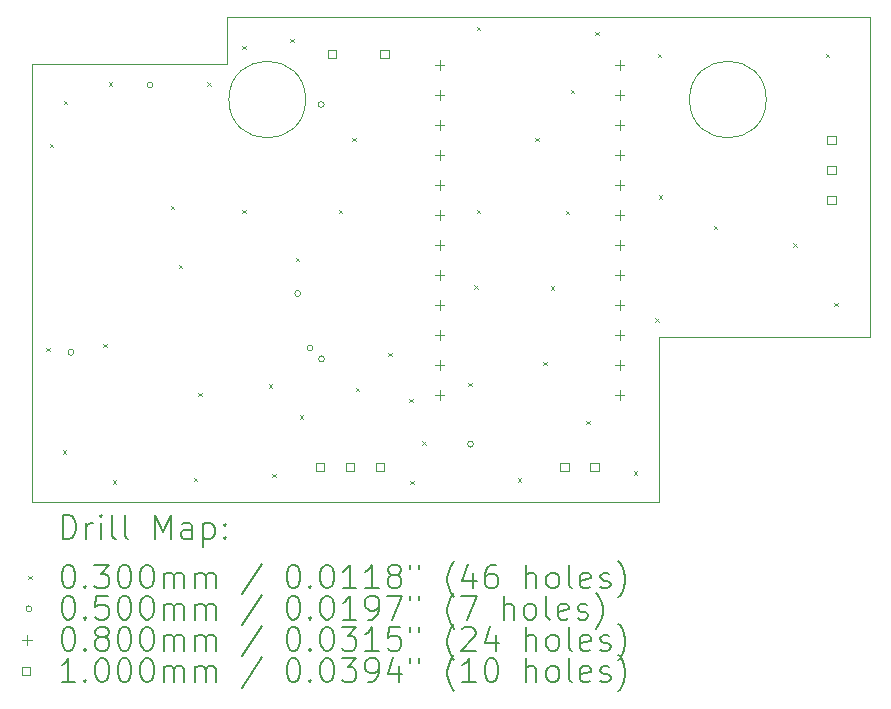
<source format=gbr>
%TF.GenerationSoftware,KiCad,Pcbnew,8.0.7*%
%TF.CreationDate,2025-01-09T13:35:45+03:00*%
%TF.ProjectId,KeyboardSecurity,4b657962-6f61-4726-9453-656375726974,rev?*%
%TF.SameCoordinates,Original*%
%TF.FileFunction,Drillmap*%
%TF.FilePolarity,Positive*%
%FSLAX45Y45*%
G04 Gerber Fmt 4.5, Leading zero omitted, Abs format (unit mm)*
G04 Created by KiCad (PCBNEW 8.0.7) date 2025-01-09 13:35:45*
%MOMM*%
%LPD*%
G01*
G04 APERTURE LIST*
%ADD10C,0.050000*%
%ADD11C,0.200000*%
%ADD12C,0.100000*%
G04 APERTURE END LIST*
D10*
X9258300Y-6941820D02*
X9258300Y-7340600D01*
X12914380Y-9649460D02*
X14700000Y-9649460D01*
X9925000Y-7641820D02*
G75*
G02*
X9275000Y-7641820I-325000J0D01*
G01*
X9275000Y-7641820D02*
G75*
G02*
X9925000Y-7641820I325000J0D01*
G01*
X12914380Y-11046460D02*
X12914380Y-9649460D01*
X14700000Y-9649460D02*
X14700000Y-6941820D01*
X13825000Y-7641820D02*
G75*
G02*
X13175000Y-7641820I-325000J0D01*
G01*
X13175000Y-7641820D02*
G75*
G02*
X13825000Y-7641820I325000J0D01*
G01*
X7609810Y-11046460D02*
X12914380Y-11046460D01*
X9258300Y-7340600D02*
X7609810Y-7340600D01*
X7609810Y-7340600D02*
X7609810Y-11046460D01*
X14700000Y-6941820D02*
X9258300Y-6941820D01*
D11*
D12*
X7729460Y-9743680D02*
X7759460Y-9773680D01*
X7759460Y-9743680D02*
X7729460Y-9773680D01*
X7757400Y-8013940D02*
X7787400Y-8043940D01*
X7787400Y-8013940D02*
X7757400Y-8043940D01*
X7869160Y-10609820D02*
X7899160Y-10639820D01*
X7899160Y-10609820D02*
X7869160Y-10639820D01*
X7876780Y-7653260D02*
X7906780Y-7683260D01*
X7906780Y-7653260D02*
X7876780Y-7683260D01*
X8209520Y-9710660D02*
X8239520Y-9740660D01*
X8239520Y-9710660D02*
X8209520Y-9740660D01*
X8257780Y-7495780D02*
X8287780Y-7525780D01*
X8287780Y-7495780D02*
X8257780Y-7525780D01*
X8290800Y-10866360D02*
X8320800Y-10896360D01*
X8320800Y-10866360D02*
X8290800Y-10896360D01*
X8783560Y-8539720D02*
X8813560Y-8569720D01*
X8813560Y-8539720D02*
X8783560Y-8569720D01*
X8852140Y-9040100D02*
X8882140Y-9070100D01*
X8882140Y-9040100D02*
X8852140Y-9070100D01*
X8976600Y-10843500D02*
X9006600Y-10873500D01*
X9006600Y-10843500D02*
X8976600Y-10873500D01*
X9014700Y-10122140D02*
X9044700Y-10152140D01*
X9044700Y-10122140D02*
X9014700Y-10152140D01*
X9093440Y-7495780D02*
X9123440Y-7525780D01*
X9123440Y-7495780D02*
X9093440Y-7525780D01*
X9388080Y-7185900D02*
X9418080Y-7215900D01*
X9418080Y-7185900D02*
X9388080Y-7215900D01*
X9388080Y-8572740D02*
X9418080Y-8602740D01*
X9418080Y-8572740D02*
X9388080Y-8602740D01*
X9611600Y-10051020D02*
X9641600Y-10081020D01*
X9641600Y-10051020D02*
X9611600Y-10081020D01*
X9642080Y-10810480D02*
X9672080Y-10840480D01*
X9672080Y-10810480D02*
X9642080Y-10840480D01*
X9794480Y-7127480D02*
X9824480Y-7157480D01*
X9824480Y-7127480D02*
X9794480Y-7157480D01*
X9842740Y-8979140D02*
X9872740Y-9009140D01*
X9872740Y-8979140D02*
X9842740Y-9009140D01*
X9873220Y-10312640D02*
X9903220Y-10342640D01*
X9903220Y-10312640D02*
X9873220Y-10342640D01*
X10203420Y-8572740D02*
X10233420Y-8602740D01*
X10233420Y-8572740D02*
X10203420Y-8602740D01*
X10317720Y-7963140D02*
X10347720Y-7993140D01*
X10347720Y-7963140D02*
X10317720Y-7993140D01*
X10350740Y-10081500D02*
X10380740Y-10111500D01*
X10380740Y-10081500D02*
X10350740Y-10111500D01*
X10625060Y-9784320D02*
X10655060Y-9814320D01*
X10655060Y-9784320D02*
X10625060Y-9814320D01*
X10800320Y-10172940D02*
X10830320Y-10202940D01*
X10830320Y-10172940D02*
X10800320Y-10202940D01*
X10810480Y-10868900D02*
X10840480Y-10898900D01*
X10840480Y-10868900D02*
X10810480Y-10898900D01*
X10912080Y-10536160D02*
X10942080Y-10566160D01*
X10942080Y-10536160D02*
X10912080Y-10566160D01*
X11300700Y-10040860D02*
X11330700Y-10070860D01*
X11330700Y-10040860D02*
X11300700Y-10070860D01*
X11351500Y-9215360D02*
X11381500Y-9245360D01*
X11381500Y-9215360D02*
X11351500Y-9245360D01*
X11374360Y-7025880D02*
X11404360Y-7055880D01*
X11404360Y-7025880D02*
X11374360Y-7055880D01*
X11374360Y-8572740D02*
X11404360Y-8602740D01*
X11404360Y-8572740D02*
X11374360Y-8602740D01*
X11719800Y-10846040D02*
X11749800Y-10876040D01*
X11749800Y-10846040D02*
X11719800Y-10876040D01*
X11869660Y-7963140D02*
X11899660Y-7993140D01*
X11899660Y-7963140D02*
X11869660Y-7993140D01*
X11938240Y-9860520D02*
X11968240Y-9890520D01*
X11968240Y-9860520D02*
X11938240Y-9890520D01*
X11999200Y-9220440D02*
X12029200Y-9250440D01*
X12029200Y-9220440D02*
X11999200Y-9250440D01*
X12128740Y-8582900D02*
X12158740Y-8612900D01*
X12158740Y-8582900D02*
X12128740Y-8612900D01*
X12169380Y-7556740D02*
X12199380Y-7586740D01*
X12199380Y-7556740D02*
X12169380Y-7586740D01*
X12298920Y-10360900D02*
X12328920Y-10390900D01*
X12328920Y-10360900D02*
X12298920Y-10390900D01*
X12377660Y-7066520D02*
X12407660Y-7096520D01*
X12407660Y-7066520D02*
X12377660Y-7096520D01*
X12702780Y-10790160D02*
X12732780Y-10820160D01*
X12732780Y-10790160D02*
X12702780Y-10820160D01*
X12883120Y-9492220D02*
X12913120Y-9522220D01*
X12913120Y-9492220D02*
X12883120Y-9522220D01*
X12905980Y-7251940D02*
X12935980Y-7281940D01*
X12935980Y-7251940D02*
X12905980Y-7281940D01*
X12913600Y-8453360D02*
X12943600Y-8483360D01*
X12943600Y-8453360D02*
X12913600Y-8483360D01*
X13378420Y-8709900D02*
X13408420Y-8739900D01*
X13408420Y-8709900D02*
X13378420Y-8739900D01*
X14051520Y-8857220D02*
X14081520Y-8887220D01*
X14081520Y-8857220D02*
X14051520Y-8887220D01*
X14328380Y-7251940D02*
X14358380Y-7281940D01*
X14358380Y-7251940D02*
X14328380Y-7281940D01*
X14399500Y-9362680D02*
X14429500Y-9392680D01*
X14429500Y-9362680D02*
X14399500Y-9392680D01*
X7962500Y-9781540D02*
G75*
G02*
X7912500Y-9781540I-25000J0D01*
G01*
X7912500Y-9781540D02*
G75*
G02*
X7962500Y-9781540I25000J0D01*
G01*
X8633060Y-7518400D02*
G75*
G02*
X8583060Y-7518400I-25000J0D01*
G01*
X8583060Y-7518400D02*
G75*
G02*
X8633060Y-7518400I25000J0D01*
G01*
X9882740Y-9283700D02*
G75*
G02*
X9832740Y-9283700I-25000J0D01*
G01*
X9832740Y-9283700D02*
G75*
G02*
X9882740Y-9283700I25000J0D01*
G01*
X9986880Y-9745980D02*
G75*
G02*
X9936880Y-9745980I-25000J0D01*
G01*
X9936880Y-9745980D02*
G75*
G02*
X9986880Y-9745980I25000J0D01*
G01*
X10080860Y-7683500D02*
G75*
G02*
X10030860Y-7683500I-25000J0D01*
G01*
X10030860Y-7683500D02*
G75*
G02*
X10080860Y-7683500I25000J0D01*
G01*
X10083400Y-9837420D02*
G75*
G02*
X10033400Y-9837420I-25000J0D01*
G01*
X10033400Y-9837420D02*
G75*
G02*
X10083400Y-9837420I25000J0D01*
G01*
X11345780Y-10558780D02*
G75*
G02*
X11295780Y-10558780I-25000J0D01*
G01*
X11295780Y-10558780D02*
G75*
G02*
X11345780Y-10558780I25000J0D01*
G01*
X11059160Y-7308220D02*
X11059160Y-7388220D01*
X11019160Y-7348220D02*
X11099160Y-7348220D01*
X11059160Y-7562220D02*
X11059160Y-7642220D01*
X11019160Y-7602220D02*
X11099160Y-7602220D01*
X11059160Y-7816220D02*
X11059160Y-7896220D01*
X11019160Y-7856220D02*
X11099160Y-7856220D01*
X11059160Y-8070220D02*
X11059160Y-8150220D01*
X11019160Y-8110220D02*
X11099160Y-8110220D01*
X11059160Y-8324220D02*
X11059160Y-8404220D01*
X11019160Y-8364220D02*
X11099160Y-8364220D01*
X11059160Y-8578220D02*
X11059160Y-8658220D01*
X11019160Y-8618220D02*
X11099160Y-8618220D01*
X11059160Y-8832220D02*
X11059160Y-8912220D01*
X11019160Y-8872220D02*
X11099160Y-8872220D01*
X11059160Y-9086220D02*
X11059160Y-9166220D01*
X11019160Y-9126220D02*
X11099160Y-9126220D01*
X11059160Y-9340220D02*
X11059160Y-9420220D01*
X11019160Y-9380220D02*
X11099160Y-9380220D01*
X11059160Y-9594220D02*
X11059160Y-9674220D01*
X11019160Y-9634220D02*
X11099160Y-9634220D01*
X11059160Y-9848220D02*
X11059160Y-9928220D01*
X11019160Y-9888220D02*
X11099160Y-9888220D01*
X11059160Y-10102220D02*
X11059160Y-10182220D01*
X11019160Y-10142220D02*
X11099160Y-10142220D01*
X12583160Y-7308220D02*
X12583160Y-7388220D01*
X12543160Y-7348220D02*
X12623160Y-7348220D01*
X12583160Y-7562220D02*
X12583160Y-7642220D01*
X12543160Y-7602220D02*
X12623160Y-7602220D01*
X12583160Y-7816220D02*
X12583160Y-7896220D01*
X12543160Y-7856220D02*
X12623160Y-7856220D01*
X12583160Y-8070220D02*
X12583160Y-8150220D01*
X12543160Y-8110220D02*
X12623160Y-8110220D01*
X12583160Y-8324220D02*
X12583160Y-8404220D01*
X12543160Y-8364220D02*
X12623160Y-8364220D01*
X12583160Y-8578220D02*
X12583160Y-8658220D01*
X12543160Y-8618220D02*
X12623160Y-8618220D01*
X12583160Y-8832220D02*
X12583160Y-8912220D01*
X12543160Y-8872220D02*
X12623160Y-8872220D01*
X12583160Y-9086220D02*
X12583160Y-9166220D01*
X12543160Y-9126220D02*
X12623160Y-9126220D01*
X12583160Y-9340220D02*
X12583160Y-9420220D01*
X12543160Y-9380220D02*
X12623160Y-9380220D01*
X12583160Y-9594220D02*
X12583160Y-9674220D01*
X12543160Y-9634220D02*
X12623160Y-9634220D01*
X12583160Y-9848220D02*
X12583160Y-9928220D01*
X12543160Y-9888220D02*
X12623160Y-9888220D01*
X12583160Y-10102220D02*
X12583160Y-10182220D01*
X12543160Y-10142220D02*
X12623160Y-10142220D01*
X10081056Y-10789716D02*
X10081056Y-10719004D01*
X10010344Y-10719004D01*
X10010344Y-10789716D01*
X10081056Y-10789716D01*
X10185196Y-7292136D02*
X10185196Y-7221424D01*
X10114484Y-7221424D01*
X10114484Y-7292136D01*
X10185196Y-7292136D01*
X10335056Y-10789716D02*
X10335056Y-10719004D01*
X10264344Y-10719004D01*
X10264344Y-10789716D01*
X10335056Y-10789716D01*
X10589056Y-10789716D02*
X10589056Y-10719004D01*
X10518344Y-10719004D01*
X10518344Y-10789716D01*
X10589056Y-10789716D01*
X10627156Y-7292136D02*
X10627156Y-7221424D01*
X10556444Y-7221424D01*
X10556444Y-7292136D01*
X10627156Y-7292136D01*
X12150656Y-10789716D02*
X12150656Y-10719004D01*
X12079944Y-10719004D01*
X12079944Y-10789716D01*
X12150656Y-10789716D01*
X12404656Y-10789716D02*
X12404656Y-10719004D01*
X12333944Y-10719004D01*
X12333944Y-10789716D01*
X12404656Y-10789716D01*
X14411756Y-8021116D02*
X14411756Y-7950404D01*
X14341044Y-7950404D01*
X14341044Y-8021116D01*
X14411756Y-8021116D01*
X14411756Y-8275116D02*
X14411756Y-8204404D01*
X14341044Y-8204404D01*
X14341044Y-8275116D01*
X14411756Y-8275116D01*
X14411756Y-8529116D02*
X14411756Y-8458404D01*
X14341044Y-8458404D01*
X14341044Y-8529116D01*
X14411756Y-8529116D01*
D11*
X7868087Y-11360444D02*
X7868087Y-11160444D01*
X7868087Y-11160444D02*
X7915706Y-11160444D01*
X7915706Y-11160444D02*
X7944278Y-11169968D01*
X7944278Y-11169968D02*
X7963325Y-11189015D01*
X7963325Y-11189015D02*
X7972849Y-11208063D01*
X7972849Y-11208063D02*
X7982373Y-11246158D01*
X7982373Y-11246158D02*
X7982373Y-11274729D01*
X7982373Y-11274729D02*
X7972849Y-11312825D01*
X7972849Y-11312825D02*
X7963325Y-11331872D01*
X7963325Y-11331872D02*
X7944278Y-11350920D01*
X7944278Y-11350920D02*
X7915706Y-11360444D01*
X7915706Y-11360444D02*
X7868087Y-11360444D01*
X8068087Y-11360444D02*
X8068087Y-11227110D01*
X8068087Y-11265206D02*
X8077611Y-11246158D01*
X8077611Y-11246158D02*
X8087135Y-11236634D01*
X8087135Y-11236634D02*
X8106182Y-11227110D01*
X8106182Y-11227110D02*
X8125230Y-11227110D01*
X8191897Y-11360444D02*
X8191897Y-11227110D01*
X8191897Y-11160444D02*
X8182373Y-11169968D01*
X8182373Y-11169968D02*
X8191897Y-11179491D01*
X8191897Y-11179491D02*
X8201420Y-11169968D01*
X8201420Y-11169968D02*
X8191897Y-11160444D01*
X8191897Y-11160444D02*
X8191897Y-11179491D01*
X8315706Y-11360444D02*
X8296658Y-11350920D01*
X8296658Y-11350920D02*
X8287135Y-11331872D01*
X8287135Y-11331872D02*
X8287135Y-11160444D01*
X8420468Y-11360444D02*
X8401420Y-11350920D01*
X8401420Y-11350920D02*
X8391897Y-11331872D01*
X8391897Y-11331872D02*
X8391897Y-11160444D01*
X8649040Y-11360444D02*
X8649040Y-11160444D01*
X8649040Y-11160444D02*
X8715706Y-11303301D01*
X8715706Y-11303301D02*
X8782373Y-11160444D01*
X8782373Y-11160444D02*
X8782373Y-11360444D01*
X8963325Y-11360444D02*
X8963325Y-11255682D01*
X8963325Y-11255682D02*
X8953801Y-11236634D01*
X8953801Y-11236634D02*
X8934754Y-11227110D01*
X8934754Y-11227110D02*
X8896659Y-11227110D01*
X8896659Y-11227110D02*
X8877611Y-11236634D01*
X8963325Y-11350920D02*
X8944278Y-11360444D01*
X8944278Y-11360444D02*
X8896659Y-11360444D01*
X8896659Y-11360444D02*
X8877611Y-11350920D01*
X8877611Y-11350920D02*
X8868087Y-11331872D01*
X8868087Y-11331872D02*
X8868087Y-11312825D01*
X8868087Y-11312825D02*
X8877611Y-11293777D01*
X8877611Y-11293777D02*
X8896659Y-11284253D01*
X8896659Y-11284253D02*
X8944278Y-11284253D01*
X8944278Y-11284253D02*
X8963325Y-11274729D01*
X9058563Y-11227110D02*
X9058563Y-11427110D01*
X9058563Y-11236634D02*
X9077611Y-11227110D01*
X9077611Y-11227110D02*
X9115706Y-11227110D01*
X9115706Y-11227110D02*
X9134754Y-11236634D01*
X9134754Y-11236634D02*
X9144278Y-11246158D01*
X9144278Y-11246158D02*
X9153801Y-11265206D01*
X9153801Y-11265206D02*
X9153801Y-11322348D01*
X9153801Y-11322348D02*
X9144278Y-11341396D01*
X9144278Y-11341396D02*
X9134754Y-11350920D01*
X9134754Y-11350920D02*
X9115706Y-11360444D01*
X9115706Y-11360444D02*
X9077611Y-11360444D01*
X9077611Y-11360444D02*
X9058563Y-11350920D01*
X9239516Y-11341396D02*
X9249040Y-11350920D01*
X9249040Y-11350920D02*
X9239516Y-11360444D01*
X9239516Y-11360444D02*
X9229992Y-11350920D01*
X9229992Y-11350920D02*
X9239516Y-11341396D01*
X9239516Y-11341396D02*
X9239516Y-11360444D01*
X9239516Y-11236634D02*
X9249040Y-11246158D01*
X9249040Y-11246158D02*
X9239516Y-11255682D01*
X9239516Y-11255682D02*
X9229992Y-11246158D01*
X9229992Y-11246158D02*
X9239516Y-11236634D01*
X9239516Y-11236634D02*
X9239516Y-11255682D01*
D12*
X7577310Y-11673960D02*
X7607310Y-11703960D01*
X7607310Y-11673960D02*
X7577310Y-11703960D01*
D11*
X7906182Y-11580444D02*
X7925230Y-11580444D01*
X7925230Y-11580444D02*
X7944278Y-11589968D01*
X7944278Y-11589968D02*
X7953801Y-11599491D01*
X7953801Y-11599491D02*
X7963325Y-11618539D01*
X7963325Y-11618539D02*
X7972849Y-11656634D01*
X7972849Y-11656634D02*
X7972849Y-11704253D01*
X7972849Y-11704253D02*
X7963325Y-11742348D01*
X7963325Y-11742348D02*
X7953801Y-11761396D01*
X7953801Y-11761396D02*
X7944278Y-11770920D01*
X7944278Y-11770920D02*
X7925230Y-11780444D01*
X7925230Y-11780444D02*
X7906182Y-11780444D01*
X7906182Y-11780444D02*
X7887135Y-11770920D01*
X7887135Y-11770920D02*
X7877611Y-11761396D01*
X7877611Y-11761396D02*
X7868087Y-11742348D01*
X7868087Y-11742348D02*
X7858563Y-11704253D01*
X7858563Y-11704253D02*
X7858563Y-11656634D01*
X7858563Y-11656634D02*
X7868087Y-11618539D01*
X7868087Y-11618539D02*
X7877611Y-11599491D01*
X7877611Y-11599491D02*
X7887135Y-11589968D01*
X7887135Y-11589968D02*
X7906182Y-11580444D01*
X8058563Y-11761396D02*
X8068087Y-11770920D01*
X8068087Y-11770920D02*
X8058563Y-11780444D01*
X8058563Y-11780444D02*
X8049039Y-11770920D01*
X8049039Y-11770920D02*
X8058563Y-11761396D01*
X8058563Y-11761396D02*
X8058563Y-11780444D01*
X8134754Y-11580444D02*
X8258563Y-11580444D01*
X8258563Y-11580444D02*
X8191897Y-11656634D01*
X8191897Y-11656634D02*
X8220468Y-11656634D01*
X8220468Y-11656634D02*
X8239516Y-11666158D01*
X8239516Y-11666158D02*
X8249039Y-11675682D01*
X8249039Y-11675682D02*
X8258563Y-11694729D01*
X8258563Y-11694729D02*
X8258563Y-11742348D01*
X8258563Y-11742348D02*
X8249039Y-11761396D01*
X8249039Y-11761396D02*
X8239516Y-11770920D01*
X8239516Y-11770920D02*
X8220468Y-11780444D01*
X8220468Y-11780444D02*
X8163325Y-11780444D01*
X8163325Y-11780444D02*
X8144278Y-11770920D01*
X8144278Y-11770920D02*
X8134754Y-11761396D01*
X8382373Y-11580444D02*
X8401421Y-11580444D01*
X8401421Y-11580444D02*
X8420468Y-11589968D01*
X8420468Y-11589968D02*
X8429992Y-11599491D01*
X8429992Y-11599491D02*
X8439516Y-11618539D01*
X8439516Y-11618539D02*
X8449040Y-11656634D01*
X8449040Y-11656634D02*
X8449040Y-11704253D01*
X8449040Y-11704253D02*
X8439516Y-11742348D01*
X8439516Y-11742348D02*
X8429992Y-11761396D01*
X8429992Y-11761396D02*
X8420468Y-11770920D01*
X8420468Y-11770920D02*
X8401421Y-11780444D01*
X8401421Y-11780444D02*
X8382373Y-11780444D01*
X8382373Y-11780444D02*
X8363325Y-11770920D01*
X8363325Y-11770920D02*
X8353801Y-11761396D01*
X8353801Y-11761396D02*
X8344278Y-11742348D01*
X8344278Y-11742348D02*
X8334754Y-11704253D01*
X8334754Y-11704253D02*
X8334754Y-11656634D01*
X8334754Y-11656634D02*
X8344278Y-11618539D01*
X8344278Y-11618539D02*
X8353801Y-11599491D01*
X8353801Y-11599491D02*
X8363325Y-11589968D01*
X8363325Y-11589968D02*
X8382373Y-11580444D01*
X8572849Y-11580444D02*
X8591897Y-11580444D01*
X8591897Y-11580444D02*
X8610944Y-11589968D01*
X8610944Y-11589968D02*
X8620468Y-11599491D01*
X8620468Y-11599491D02*
X8629992Y-11618539D01*
X8629992Y-11618539D02*
X8639516Y-11656634D01*
X8639516Y-11656634D02*
X8639516Y-11704253D01*
X8639516Y-11704253D02*
X8629992Y-11742348D01*
X8629992Y-11742348D02*
X8620468Y-11761396D01*
X8620468Y-11761396D02*
X8610944Y-11770920D01*
X8610944Y-11770920D02*
X8591897Y-11780444D01*
X8591897Y-11780444D02*
X8572849Y-11780444D01*
X8572849Y-11780444D02*
X8553801Y-11770920D01*
X8553801Y-11770920D02*
X8544278Y-11761396D01*
X8544278Y-11761396D02*
X8534754Y-11742348D01*
X8534754Y-11742348D02*
X8525230Y-11704253D01*
X8525230Y-11704253D02*
X8525230Y-11656634D01*
X8525230Y-11656634D02*
X8534754Y-11618539D01*
X8534754Y-11618539D02*
X8544278Y-11599491D01*
X8544278Y-11599491D02*
X8553801Y-11589968D01*
X8553801Y-11589968D02*
X8572849Y-11580444D01*
X8725230Y-11780444D02*
X8725230Y-11647110D01*
X8725230Y-11666158D02*
X8734754Y-11656634D01*
X8734754Y-11656634D02*
X8753801Y-11647110D01*
X8753801Y-11647110D02*
X8782373Y-11647110D01*
X8782373Y-11647110D02*
X8801421Y-11656634D01*
X8801421Y-11656634D02*
X8810944Y-11675682D01*
X8810944Y-11675682D02*
X8810944Y-11780444D01*
X8810944Y-11675682D02*
X8820468Y-11656634D01*
X8820468Y-11656634D02*
X8839516Y-11647110D01*
X8839516Y-11647110D02*
X8868087Y-11647110D01*
X8868087Y-11647110D02*
X8887135Y-11656634D01*
X8887135Y-11656634D02*
X8896659Y-11675682D01*
X8896659Y-11675682D02*
X8896659Y-11780444D01*
X8991897Y-11780444D02*
X8991897Y-11647110D01*
X8991897Y-11666158D02*
X9001421Y-11656634D01*
X9001421Y-11656634D02*
X9020468Y-11647110D01*
X9020468Y-11647110D02*
X9049040Y-11647110D01*
X9049040Y-11647110D02*
X9068087Y-11656634D01*
X9068087Y-11656634D02*
X9077611Y-11675682D01*
X9077611Y-11675682D02*
X9077611Y-11780444D01*
X9077611Y-11675682D02*
X9087135Y-11656634D01*
X9087135Y-11656634D02*
X9106182Y-11647110D01*
X9106182Y-11647110D02*
X9134754Y-11647110D01*
X9134754Y-11647110D02*
X9153802Y-11656634D01*
X9153802Y-11656634D02*
X9163325Y-11675682D01*
X9163325Y-11675682D02*
X9163325Y-11780444D01*
X9553802Y-11570920D02*
X9382373Y-11828063D01*
X9810944Y-11580444D02*
X9829992Y-11580444D01*
X9829992Y-11580444D02*
X9849040Y-11589968D01*
X9849040Y-11589968D02*
X9858564Y-11599491D01*
X9858564Y-11599491D02*
X9868087Y-11618539D01*
X9868087Y-11618539D02*
X9877611Y-11656634D01*
X9877611Y-11656634D02*
X9877611Y-11704253D01*
X9877611Y-11704253D02*
X9868087Y-11742348D01*
X9868087Y-11742348D02*
X9858564Y-11761396D01*
X9858564Y-11761396D02*
X9849040Y-11770920D01*
X9849040Y-11770920D02*
X9829992Y-11780444D01*
X9829992Y-11780444D02*
X9810944Y-11780444D01*
X9810944Y-11780444D02*
X9791897Y-11770920D01*
X9791897Y-11770920D02*
X9782373Y-11761396D01*
X9782373Y-11761396D02*
X9772849Y-11742348D01*
X9772849Y-11742348D02*
X9763325Y-11704253D01*
X9763325Y-11704253D02*
X9763325Y-11656634D01*
X9763325Y-11656634D02*
X9772849Y-11618539D01*
X9772849Y-11618539D02*
X9782373Y-11599491D01*
X9782373Y-11599491D02*
X9791897Y-11589968D01*
X9791897Y-11589968D02*
X9810944Y-11580444D01*
X9963325Y-11761396D02*
X9972849Y-11770920D01*
X9972849Y-11770920D02*
X9963325Y-11780444D01*
X9963325Y-11780444D02*
X9953802Y-11770920D01*
X9953802Y-11770920D02*
X9963325Y-11761396D01*
X9963325Y-11761396D02*
X9963325Y-11780444D01*
X10096659Y-11580444D02*
X10115706Y-11580444D01*
X10115706Y-11580444D02*
X10134754Y-11589968D01*
X10134754Y-11589968D02*
X10144278Y-11599491D01*
X10144278Y-11599491D02*
X10153802Y-11618539D01*
X10153802Y-11618539D02*
X10163325Y-11656634D01*
X10163325Y-11656634D02*
X10163325Y-11704253D01*
X10163325Y-11704253D02*
X10153802Y-11742348D01*
X10153802Y-11742348D02*
X10144278Y-11761396D01*
X10144278Y-11761396D02*
X10134754Y-11770920D01*
X10134754Y-11770920D02*
X10115706Y-11780444D01*
X10115706Y-11780444D02*
X10096659Y-11780444D01*
X10096659Y-11780444D02*
X10077611Y-11770920D01*
X10077611Y-11770920D02*
X10068087Y-11761396D01*
X10068087Y-11761396D02*
X10058564Y-11742348D01*
X10058564Y-11742348D02*
X10049040Y-11704253D01*
X10049040Y-11704253D02*
X10049040Y-11656634D01*
X10049040Y-11656634D02*
X10058564Y-11618539D01*
X10058564Y-11618539D02*
X10068087Y-11599491D01*
X10068087Y-11599491D02*
X10077611Y-11589968D01*
X10077611Y-11589968D02*
X10096659Y-11580444D01*
X10353802Y-11780444D02*
X10239516Y-11780444D01*
X10296659Y-11780444D02*
X10296659Y-11580444D01*
X10296659Y-11580444D02*
X10277611Y-11609015D01*
X10277611Y-11609015D02*
X10258564Y-11628063D01*
X10258564Y-11628063D02*
X10239516Y-11637587D01*
X10544278Y-11780444D02*
X10429992Y-11780444D01*
X10487135Y-11780444D02*
X10487135Y-11580444D01*
X10487135Y-11580444D02*
X10468087Y-11609015D01*
X10468087Y-11609015D02*
X10449040Y-11628063D01*
X10449040Y-11628063D02*
X10429992Y-11637587D01*
X10658564Y-11666158D02*
X10639516Y-11656634D01*
X10639516Y-11656634D02*
X10629992Y-11647110D01*
X10629992Y-11647110D02*
X10620468Y-11628063D01*
X10620468Y-11628063D02*
X10620468Y-11618539D01*
X10620468Y-11618539D02*
X10629992Y-11599491D01*
X10629992Y-11599491D02*
X10639516Y-11589968D01*
X10639516Y-11589968D02*
X10658564Y-11580444D01*
X10658564Y-11580444D02*
X10696659Y-11580444D01*
X10696659Y-11580444D02*
X10715706Y-11589968D01*
X10715706Y-11589968D02*
X10725230Y-11599491D01*
X10725230Y-11599491D02*
X10734754Y-11618539D01*
X10734754Y-11618539D02*
X10734754Y-11628063D01*
X10734754Y-11628063D02*
X10725230Y-11647110D01*
X10725230Y-11647110D02*
X10715706Y-11656634D01*
X10715706Y-11656634D02*
X10696659Y-11666158D01*
X10696659Y-11666158D02*
X10658564Y-11666158D01*
X10658564Y-11666158D02*
X10639516Y-11675682D01*
X10639516Y-11675682D02*
X10629992Y-11685206D01*
X10629992Y-11685206D02*
X10620468Y-11704253D01*
X10620468Y-11704253D02*
X10620468Y-11742348D01*
X10620468Y-11742348D02*
X10629992Y-11761396D01*
X10629992Y-11761396D02*
X10639516Y-11770920D01*
X10639516Y-11770920D02*
X10658564Y-11780444D01*
X10658564Y-11780444D02*
X10696659Y-11780444D01*
X10696659Y-11780444D02*
X10715706Y-11770920D01*
X10715706Y-11770920D02*
X10725230Y-11761396D01*
X10725230Y-11761396D02*
X10734754Y-11742348D01*
X10734754Y-11742348D02*
X10734754Y-11704253D01*
X10734754Y-11704253D02*
X10725230Y-11685206D01*
X10725230Y-11685206D02*
X10715706Y-11675682D01*
X10715706Y-11675682D02*
X10696659Y-11666158D01*
X10810945Y-11580444D02*
X10810945Y-11618539D01*
X10887135Y-11580444D02*
X10887135Y-11618539D01*
X11182373Y-11856634D02*
X11172849Y-11847110D01*
X11172849Y-11847110D02*
X11153802Y-11818539D01*
X11153802Y-11818539D02*
X11144278Y-11799491D01*
X11144278Y-11799491D02*
X11134754Y-11770920D01*
X11134754Y-11770920D02*
X11125230Y-11723301D01*
X11125230Y-11723301D02*
X11125230Y-11685206D01*
X11125230Y-11685206D02*
X11134754Y-11637587D01*
X11134754Y-11637587D02*
X11144278Y-11609015D01*
X11144278Y-11609015D02*
X11153802Y-11589968D01*
X11153802Y-11589968D02*
X11172849Y-11561396D01*
X11172849Y-11561396D02*
X11182373Y-11551872D01*
X11344278Y-11647110D02*
X11344278Y-11780444D01*
X11296659Y-11570920D02*
X11249040Y-11713777D01*
X11249040Y-11713777D02*
X11372849Y-11713777D01*
X11534754Y-11580444D02*
X11496659Y-11580444D01*
X11496659Y-11580444D02*
X11477611Y-11589968D01*
X11477611Y-11589968D02*
X11468087Y-11599491D01*
X11468087Y-11599491D02*
X11449040Y-11628063D01*
X11449040Y-11628063D02*
X11439516Y-11666158D01*
X11439516Y-11666158D02*
X11439516Y-11742348D01*
X11439516Y-11742348D02*
X11449040Y-11761396D01*
X11449040Y-11761396D02*
X11458564Y-11770920D01*
X11458564Y-11770920D02*
X11477611Y-11780444D01*
X11477611Y-11780444D02*
X11515706Y-11780444D01*
X11515706Y-11780444D02*
X11534754Y-11770920D01*
X11534754Y-11770920D02*
X11544278Y-11761396D01*
X11544278Y-11761396D02*
X11553802Y-11742348D01*
X11553802Y-11742348D02*
X11553802Y-11694729D01*
X11553802Y-11694729D02*
X11544278Y-11675682D01*
X11544278Y-11675682D02*
X11534754Y-11666158D01*
X11534754Y-11666158D02*
X11515706Y-11656634D01*
X11515706Y-11656634D02*
X11477611Y-11656634D01*
X11477611Y-11656634D02*
X11458564Y-11666158D01*
X11458564Y-11666158D02*
X11449040Y-11675682D01*
X11449040Y-11675682D02*
X11439516Y-11694729D01*
X11791897Y-11780444D02*
X11791897Y-11580444D01*
X11877611Y-11780444D02*
X11877611Y-11675682D01*
X11877611Y-11675682D02*
X11868087Y-11656634D01*
X11868087Y-11656634D02*
X11849040Y-11647110D01*
X11849040Y-11647110D02*
X11820468Y-11647110D01*
X11820468Y-11647110D02*
X11801421Y-11656634D01*
X11801421Y-11656634D02*
X11791897Y-11666158D01*
X12001421Y-11780444D02*
X11982373Y-11770920D01*
X11982373Y-11770920D02*
X11972849Y-11761396D01*
X11972849Y-11761396D02*
X11963326Y-11742348D01*
X11963326Y-11742348D02*
X11963326Y-11685206D01*
X11963326Y-11685206D02*
X11972849Y-11666158D01*
X11972849Y-11666158D02*
X11982373Y-11656634D01*
X11982373Y-11656634D02*
X12001421Y-11647110D01*
X12001421Y-11647110D02*
X12029992Y-11647110D01*
X12029992Y-11647110D02*
X12049040Y-11656634D01*
X12049040Y-11656634D02*
X12058564Y-11666158D01*
X12058564Y-11666158D02*
X12068087Y-11685206D01*
X12068087Y-11685206D02*
X12068087Y-11742348D01*
X12068087Y-11742348D02*
X12058564Y-11761396D01*
X12058564Y-11761396D02*
X12049040Y-11770920D01*
X12049040Y-11770920D02*
X12029992Y-11780444D01*
X12029992Y-11780444D02*
X12001421Y-11780444D01*
X12182373Y-11780444D02*
X12163326Y-11770920D01*
X12163326Y-11770920D02*
X12153802Y-11751872D01*
X12153802Y-11751872D02*
X12153802Y-11580444D01*
X12334754Y-11770920D02*
X12315707Y-11780444D01*
X12315707Y-11780444D02*
X12277611Y-11780444D01*
X12277611Y-11780444D02*
X12258564Y-11770920D01*
X12258564Y-11770920D02*
X12249040Y-11751872D01*
X12249040Y-11751872D02*
X12249040Y-11675682D01*
X12249040Y-11675682D02*
X12258564Y-11656634D01*
X12258564Y-11656634D02*
X12277611Y-11647110D01*
X12277611Y-11647110D02*
X12315707Y-11647110D01*
X12315707Y-11647110D02*
X12334754Y-11656634D01*
X12334754Y-11656634D02*
X12344278Y-11675682D01*
X12344278Y-11675682D02*
X12344278Y-11694729D01*
X12344278Y-11694729D02*
X12249040Y-11713777D01*
X12420468Y-11770920D02*
X12439516Y-11780444D01*
X12439516Y-11780444D02*
X12477611Y-11780444D01*
X12477611Y-11780444D02*
X12496659Y-11770920D01*
X12496659Y-11770920D02*
X12506183Y-11751872D01*
X12506183Y-11751872D02*
X12506183Y-11742348D01*
X12506183Y-11742348D02*
X12496659Y-11723301D01*
X12496659Y-11723301D02*
X12477611Y-11713777D01*
X12477611Y-11713777D02*
X12449040Y-11713777D01*
X12449040Y-11713777D02*
X12429992Y-11704253D01*
X12429992Y-11704253D02*
X12420468Y-11685206D01*
X12420468Y-11685206D02*
X12420468Y-11675682D01*
X12420468Y-11675682D02*
X12429992Y-11656634D01*
X12429992Y-11656634D02*
X12449040Y-11647110D01*
X12449040Y-11647110D02*
X12477611Y-11647110D01*
X12477611Y-11647110D02*
X12496659Y-11656634D01*
X12572849Y-11856634D02*
X12582373Y-11847110D01*
X12582373Y-11847110D02*
X12601421Y-11818539D01*
X12601421Y-11818539D02*
X12610945Y-11799491D01*
X12610945Y-11799491D02*
X12620468Y-11770920D01*
X12620468Y-11770920D02*
X12629992Y-11723301D01*
X12629992Y-11723301D02*
X12629992Y-11685206D01*
X12629992Y-11685206D02*
X12620468Y-11637587D01*
X12620468Y-11637587D02*
X12610945Y-11609015D01*
X12610945Y-11609015D02*
X12601421Y-11589968D01*
X12601421Y-11589968D02*
X12582373Y-11561396D01*
X12582373Y-11561396D02*
X12572849Y-11551872D01*
D12*
X7607310Y-11952960D02*
G75*
G02*
X7557310Y-11952960I-25000J0D01*
G01*
X7557310Y-11952960D02*
G75*
G02*
X7607310Y-11952960I25000J0D01*
G01*
D11*
X7906182Y-11844444D02*
X7925230Y-11844444D01*
X7925230Y-11844444D02*
X7944278Y-11853968D01*
X7944278Y-11853968D02*
X7953801Y-11863491D01*
X7953801Y-11863491D02*
X7963325Y-11882539D01*
X7963325Y-11882539D02*
X7972849Y-11920634D01*
X7972849Y-11920634D02*
X7972849Y-11968253D01*
X7972849Y-11968253D02*
X7963325Y-12006348D01*
X7963325Y-12006348D02*
X7953801Y-12025396D01*
X7953801Y-12025396D02*
X7944278Y-12034920D01*
X7944278Y-12034920D02*
X7925230Y-12044444D01*
X7925230Y-12044444D02*
X7906182Y-12044444D01*
X7906182Y-12044444D02*
X7887135Y-12034920D01*
X7887135Y-12034920D02*
X7877611Y-12025396D01*
X7877611Y-12025396D02*
X7868087Y-12006348D01*
X7868087Y-12006348D02*
X7858563Y-11968253D01*
X7858563Y-11968253D02*
X7858563Y-11920634D01*
X7858563Y-11920634D02*
X7868087Y-11882539D01*
X7868087Y-11882539D02*
X7877611Y-11863491D01*
X7877611Y-11863491D02*
X7887135Y-11853968D01*
X7887135Y-11853968D02*
X7906182Y-11844444D01*
X8058563Y-12025396D02*
X8068087Y-12034920D01*
X8068087Y-12034920D02*
X8058563Y-12044444D01*
X8058563Y-12044444D02*
X8049039Y-12034920D01*
X8049039Y-12034920D02*
X8058563Y-12025396D01*
X8058563Y-12025396D02*
X8058563Y-12044444D01*
X8249039Y-11844444D02*
X8153801Y-11844444D01*
X8153801Y-11844444D02*
X8144278Y-11939682D01*
X8144278Y-11939682D02*
X8153801Y-11930158D01*
X8153801Y-11930158D02*
X8172849Y-11920634D01*
X8172849Y-11920634D02*
X8220468Y-11920634D01*
X8220468Y-11920634D02*
X8239516Y-11930158D01*
X8239516Y-11930158D02*
X8249039Y-11939682D01*
X8249039Y-11939682D02*
X8258563Y-11958729D01*
X8258563Y-11958729D02*
X8258563Y-12006348D01*
X8258563Y-12006348D02*
X8249039Y-12025396D01*
X8249039Y-12025396D02*
X8239516Y-12034920D01*
X8239516Y-12034920D02*
X8220468Y-12044444D01*
X8220468Y-12044444D02*
X8172849Y-12044444D01*
X8172849Y-12044444D02*
X8153801Y-12034920D01*
X8153801Y-12034920D02*
X8144278Y-12025396D01*
X8382373Y-11844444D02*
X8401421Y-11844444D01*
X8401421Y-11844444D02*
X8420468Y-11853968D01*
X8420468Y-11853968D02*
X8429992Y-11863491D01*
X8429992Y-11863491D02*
X8439516Y-11882539D01*
X8439516Y-11882539D02*
X8449040Y-11920634D01*
X8449040Y-11920634D02*
X8449040Y-11968253D01*
X8449040Y-11968253D02*
X8439516Y-12006348D01*
X8439516Y-12006348D02*
X8429992Y-12025396D01*
X8429992Y-12025396D02*
X8420468Y-12034920D01*
X8420468Y-12034920D02*
X8401421Y-12044444D01*
X8401421Y-12044444D02*
X8382373Y-12044444D01*
X8382373Y-12044444D02*
X8363325Y-12034920D01*
X8363325Y-12034920D02*
X8353801Y-12025396D01*
X8353801Y-12025396D02*
X8344278Y-12006348D01*
X8344278Y-12006348D02*
X8334754Y-11968253D01*
X8334754Y-11968253D02*
X8334754Y-11920634D01*
X8334754Y-11920634D02*
X8344278Y-11882539D01*
X8344278Y-11882539D02*
X8353801Y-11863491D01*
X8353801Y-11863491D02*
X8363325Y-11853968D01*
X8363325Y-11853968D02*
X8382373Y-11844444D01*
X8572849Y-11844444D02*
X8591897Y-11844444D01*
X8591897Y-11844444D02*
X8610944Y-11853968D01*
X8610944Y-11853968D02*
X8620468Y-11863491D01*
X8620468Y-11863491D02*
X8629992Y-11882539D01*
X8629992Y-11882539D02*
X8639516Y-11920634D01*
X8639516Y-11920634D02*
X8639516Y-11968253D01*
X8639516Y-11968253D02*
X8629992Y-12006348D01*
X8629992Y-12006348D02*
X8620468Y-12025396D01*
X8620468Y-12025396D02*
X8610944Y-12034920D01*
X8610944Y-12034920D02*
X8591897Y-12044444D01*
X8591897Y-12044444D02*
X8572849Y-12044444D01*
X8572849Y-12044444D02*
X8553801Y-12034920D01*
X8553801Y-12034920D02*
X8544278Y-12025396D01*
X8544278Y-12025396D02*
X8534754Y-12006348D01*
X8534754Y-12006348D02*
X8525230Y-11968253D01*
X8525230Y-11968253D02*
X8525230Y-11920634D01*
X8525230Y-11920634D02*
X8534754Y-11882539D01*
X8534754Y-11882539D02*
X8544278Y-11863491D01*
X8544278Y-11863491D02*
X8553801Y-11853968D01*
X8553801Y-11853968D02*
X8572849Y-11844444D01*
X8725230Y-12044444D02*
X8725230Y-11911110D01*
X8725230Y-11930158D02*
X8734754Y-11920634D01*
X8734754Y-11920634D02*
X8753801Y-11911110D01*
X8753801Y-11911110D02*
X8782373Y-11911110D01*
X8782373Y-11911110D02*
X8801421Y-11920634D01*
X8801421Y-11920634D02*
X8810944Y-11939682D01*
X8810944Y-11939682D02*
X8810944Y-12044444D01*
X8810944Y-11939682D02*
X8820468Y-11920634D01*
X8820468Y-11920634D02*
X8839516Y-11911110D01*
X8839516Y-11911110D02*
X8868087Y-11911110D01*
X8868087Y-11911110D02*
X8887135Y-11920634D01*
X8887135Y-11920634D02*
X8896659Y-11939682D01*
X8896659Y-11939682D02*
X8896659Y-12044444D01*
X8991897Y-12044444D02*
X8991897Y-11911110D01*
X8991897Y-11930158D02*
X9001421Y-11920634D01*
X9001421Y-11920634D02*
X9020468Y-11911110D01*
X9020468Y-11911110D02*
X9049040Y-11911110D01*
X9049040Y-11911110D02*
X9068087Y-11920634D01*
X9068087Y-11920634D02*
X9077611Y-11939682D01*
X9077611Y-11939682D02*
X9077611Y-12044444D01*
X9077611Y-11939682D02*
X9087135Y-11920634D01*
X9087135Y-11920634D02*
X9106182Y-11911110D01*
X9106182Y-11911110D02*
X9134754Y-11911110D01*
X9134754Y-11911110D02*
X9153802Y-11920634D01*
X9153802Y-11920634D02*
X9163325Y-11939682D01*
X9163325Y-11939682D02*
X9163325Y-12044444D01*
X9553802Y-11834920D02*
X9382373Y-12092063D01*
X9810944Y-11844444D02*
X9829992Y-11844444D01*
X9829992Y-11844444D02*
X9849040Y-11853968D01*
X9849040Y-11853968D02*
X9858564Y-11863491D01*
X9858564Y-11863491D02*
X9868087Y-11882539D01*
X9868087Y-11882539D02*
X9877611Y-11920634D01*
X9877611Y-11920634D02*
X9877611Y-11968253D01*
X9877611Y-11968253D02*
X9868087Y-12006348D01*
X9868087Y-12006348D02*
X9858564Y-12025396D01*
X9858564Y-12025396D02*
X9849040Y-12034920D01*
X9849040Y-12034920D02*
X9829992Y-12044444D01*
X9829992Y-12044444D02*
X9810944Y-12044444D01*
X9810944Y-12044444D02*
X9791897Y-12034920D01*
X9791897Y-12034920D02*
X9782373Y-12025396D01*
X9782373Y-12025396D02*
X9772849Y-12006348D01*
X9772849Y-12006348D02*
X9763325Y-11968253D01*
X9763325Y-11968253D02*
X9763325Y-11920634D01*
X9763325Y-11920634D02*
X9772849Y-11882539D01*
X9772849Y-11882539D02*
X9782373Y-11863491D01*
X9782373Y-11863491D02*
X9791897Y-11853968D01*
X9791897Y-11853968D02*
X9810944Y-11844444D01*
X9963325Y-12025396D02*
X9972849Y-12034920D01*
X9972849Y-12034920D02*
X9963325Y-12044444D01*
X9963325Y-12044444D02*
X9953802Y-12034920D01*
X9953802Y-12034920D02*
X9963325Y-12025396D01*
X9963325Y-12025396D02*
X9963325Y-12044444D01*
X10096659Y-11844444D02*
X10115706Y-11844444D01*
X10115706Y-11844444D02*
X10134754Y-11853968D01*
X10134754Y-11853968D02*
X10144278Y-11863491D01*
X10144278Y-11863491D02*
X10153802Y-11882539D01*
X10153802Y-11882539D02*
X10163325Y-11920634D01*
X10163325Y-11920634D02*
X10163325Y-11968253D01*
X10163325Y-11968253D02*
X10153802Y-12006348D01*
X10153802Y-12006348D02*
X10144278Y-12025396D01*
X10144278Y-12025396D02*
X10134754Y-12034920D01*
X10134754Y-12034920D02*
X10115706Y-12044444D01*
X10115706Y-12044444D02*
X10096659Y-12044444D01*
X10096659Y-12044444D02*
X10077611Y-12034920D01*
X10077611Y-12034920D02*
X10068087Y-12025396D01*
X10068087Y-12025396D02*
X10058564Y-12006348D01*
X10058564Y-12006348D02*
X10049040Y-11968253D01*
X10049040Y-11968253D02*
X10049040Y-11920634D01*
X10049040Y-11920634D02*
X10058564Y-11882539D01*
X10058564Y-11882539D02*
X10068087Y-11863491D01*
X10068087Y-11863491D02*
X10077611Y-11853968D01*
X10077611Y-11853968D02*
X10096659Y-11844444D01*
X10353802Y-12044444D02*
X10239516Y-12044444D01*
X10296659Y-12044444D02*
X10296659Y-11844444D01*
X10296659Y-11844444D02*
X10277611Y-11873015D01*
X10277611Y-11873015D02*
X10258564Y-11892063D01*
X10258564Y-11892063D02*
X10239516Y-11901587D01*
X10449040Y-12044444D02*
X10487135Y-12044444D01*
X10487135Y-12044444D02*
X10506183Y-12034920D01*
X10506183Y-12034920D02*
X10515706Y-12025396D01*
X10515706Y-12025396D02*
X10534754Y-11996825D01*
X10534754Y-11996825D02*
X10544278Y-11958729D01*
X10544278Y-11958729D02*
X10544278Y-11882539D01*
X10544278Y-11882539D02*
X10534754Y-11863491D01*
X10534754Y-11863491D02*
X10525230Y-11853968D01*
X10525230Y-11853968D02*
X10506183Y-11844444D01*
X10506183Y-11844444D02*
X10468087Y-11844444D01*
X10468087Y-11844444D02*
X10449040Y-11853968D01*
X10449040Y-11853968D02*
X10439516Y-11863491D01*
X10439516Y-11863491D02*
X10429992Y-11882539D01*
X10429992Y-11882539D02*
X10429992Y-11930158D01*
X10429992Y-11930158D02*
X10439516Y-11949206D01*
X10439516Y-11949206D02*
X10449040Y-11958729D01*
X10449040Y-11958729D02*
X10468087Y-11968253D01*
X10468087Y-11968253D02*
X10506183Y-11968253D01*
X10506183Y-11968253D02*
X10525230Y-11958729D01*
X10525230Y-11958729D02*
X10534754Y-11949206D01*
X10534754Y-11949206D02*
X10544278Y-11930158D01*
X10610945Y-11844444D02*
X10744278Y-11844444D01*
X10744278Y-11844444D02*
X10658564Y-12044444D01*
X10810945Y-11844444D02*
X10810945Y-11882539D01*
X10887135Y-11844444D02*
X10887135Y-11882539D01*
X11182373Y-12120634D02*
X11172849Y-12111110D01*
X11172849Y-12111110D02*
X11153802Y-12082539D01*
X11153802Y-12082539D02*
X11144278Y-12063491D01*
X11144278Y-12063491D02*
X11134754Y-12034920D01*
X11134754Y-12034920D02*
X11125230Y-11987301D01*
X11125230Y-11987301D02*
X11125230Y-11949206D01*
X11125230Y-11949206D02*
X11134754Y-11901587D01*
X11134754Y-11901587D02*
X11144278Y-11873015D01*
X11144278Y-11873015D02*
X11153802Y-11853968D01*
X11153802Y-11853968D02*
X11172849Y-11825396D01*
X11172849Y-11825396D02*
X11182373Y-11815872D01*
X11239516Y-11844444D02*
X11372849Y-11844444D01*
X11372849Y-11844444D02*
X11287135Y-12044444D01*
X11601421Y-12044444D02*
X11601421Y-11844444D01*
X11687135Y-12044444D02*
X11687135Y-11939682D01*
X11687135Y-11939682D02*
X11677611Y-11920634D01*
X11677611Y-11920634D02*
X11658564Y-11911110D01*
X11658564Y-11911110D02*
X11629992Y-11911110D01*
X11629992Y-11911110D02*
X11610945Y-11920634D01*
X11610945Y-11920634D02*
X11601421Y-11930158D01*
X11810945Y-12044444D02*
X11791897Y-12034920D01*
X11791897Y-12034920D02*
X11782373Y-12025396D01*
X11782373Y-12025396D02*
X11772849Y-12006348D01*
X11772849Y-12006348D02*
X11772849Y-11949206D01*
X11772849Y-11949206D02*
X11782373Y-11930158D01*
X11782373Y-11930158D02*
X11791897Y-11920634D01*
X11791897Y-11920634D02*
X11810945Y-11911110D01*
X11810945Y-11911110D02*
X11839516Y-11911110D01*
X11839516Y-11911110D02*
X11858564Y-11920634D01*
X11858564Y-11920634D02*
X11868087Y-11930158D01*
X11868087Y-11930158D02*
X11877611Y-11949206D01*
X11877611Y-11949206D02*
X11877611Y-12006348D01*
X11877611Y-12006348D02*
X11868087Y-12025396D01*
X11868087Y-12025396D02*
X11858564Y-12034920D01*
X11858564Y-12034920D02*
X11839516Y-12044444D01*
X11839516Y-12044444D02*
X11810945Y-12044444D01*
X11991897Y-12044444D02*
X11972849Y-12034920D01*
X11972849Y-12034920D02*
X11963326Y-12015872D01*
X11963326Y-12015872D02*
X11963326Y-11844444D01*
X12144278Y-12034920D02*
X12125230Y-12044444D01*
X12125230Y-12044444D02*
X12087135Y-12044444D01*
X12087135Y-12044444D02*
X12068087Y-12034920D01*
X12068087Y-12034920D02*
X12058564Y-12015872D01*
X12058564Y-12015872D02*
X12058564Y-11939682D01*
X12058564Y-11939682D02*
X12068087Y-11920634D01*
X12068087Y-11920634D02*
X12087135Y-11911110D01*
X12087135Y-11911110D02*
X12125230Y-11911110D01*
X12125230Y-11911110D02*
X12144278Y-11920634D01*
X12144278Y-11920634D02*
X12153802Y-11939682D01*
X12153802Y-11939682D02*
X12153802Y-11958729D01*
X12153802Y-11958729D02*
X12058564Y-11977777D01*
X12229992Y-12034920D02*
X12249040Y-12044444D01*
X12249040Y-12044444D02*
X12287135Y-12044444D01*
X12287135Y-12044444D02*
X12306183Y-12034920D01*
X12306183Y-12034920D02*
X12315707Y-12015872D01*
X12315707Y-12015872D02*
X12315707Y-12006348D01*
X12315707Y-12006348D02*
X12306183Y-11987301D01*
X12306183Y-11987301D02*
X12287135Y-11977777D01*
X12287135Y-11977777D02*
X12258564Y-11977777D01*
X12258564Y-11977777D02*
X12239516Y-11968253D01*
X12239516Y-11968253D02*
X12229992Y-11949206D01*
X12229992Y-11949206D02*
X12229992Y-11939682D01*
X12229992Y-11939682D02*
X12239516Y-11920634D01*
X12239516Y-11920634D02*
X12258564Y-11911110D01*
X12258564Y-11911110D02*
X12287135Y-11911110D01*
X12287135Y-11911110D02*
X12306183Y-11920634D01*
X12382373Y-12120634D02*
X12391897Y-12111110D01*
X12391897Y-12111110D02*
X12410945Y-12082539D01*
X12410945Y-12082539D02*
X12420468Y-12063491D01*
X12420468Y-12063491D02*
X12429992Y-12034920D01*
X12429992Y-12034920D02*
X12439516Y-11987301D01*
X12439516Y-11987301D02*
X12439516Y-11949206D01*
X12439516Y-11949206D02*
X12429992Y-11901587D01*
X12429992Y-11901587D02*
X12420468Y-11873015D01*
X12420468Y-11873015D02*
X12410945Y-11853968D01*
X12410945Y-11853968D02*
X12391897Y-11825396D01*
X12391897Y-11825396D02*
X12382373Y-11815872D01*
D12*
X7567310Y-12176960D02*
X7567310Y-12256960D01*
X7527310Y-12216960D02*
X7607310Y-12216960D01*
D11*
X7906182Y-12108444D02*
X7925230Y-12108444D01*
X7925230Y-12108444D02*
X7944278Y-12117968D01*
X7944278Y-12117968D02*
X7953801Y-12127491D01*
X7953801Y-12127491D02*
X7963325Y-12146539D01*
X7963325Y-12146539D02*
X7972849Y-12184634D01*
X7972849Y-12184634D02*
X7972849Y-12232253D01*
X7972849Y-12232253D02*
X7963325Y-12270348D01*
X7963325Y-12270348D02*
X7953801Y-12289396D01*
X7953801Y-12289396D02*
X7944278Y-12298920D01*
X7944278Y-12298920D02*
X7925230Y-12308444D01*
X7925230Y-12308444D02*
X7906182Y-12308444D01*
X7906182Y-12308444D02*
X7887135Y-12298920D01*
X7887135Y-12298920D02*
X7877611Y-12289396D01*
X7877611Y-12289396D02*
X7868087Y-12270348D01*
X7868087Y-12270348D02*
X7858563Y-12232253D01*
X7858563Y-12232253D02*
X7858563Y-12184634D01*
X7858563Y-12184634D02*
X7868087Y-12146539D01*
X7868087Y-12146539D02*
X7877611Y-12127491D01*
X7877611Y-12127491D02*
X7887135Y-12117968D01*
X7887135Y-12117968D02*
X7906182Y-12108444D01*
X8058563Y-12289396D02*
X8068087Y-12298920D01*
X8068087Y-12298920D02*
X8058563Y-12308444D01*
X8058563Y-12308444D02*
X8049039Y-12298920D01*
X8049039Y-12298920D02*
X8058563Y-12289396D01*
X8058563Y-12289396D02*
X8058563Y-12308444D01*
X8182373Y-12194158D02*
X8163325Y-12184634D01*
X8163325Y-12184634D02*
X8153801Y-12175110D01*
X8153801Y-12175110D02*
X8144278Y-12156063D01*
X8144278Y-12156063D02*
X8144278Y-12146539D01*
X8144278Y-12146539D02*
X8153801Y-12127491D01*
X8153801Y-12127491D02*
X8163325Y-12117968D01*
X8163325Y-12117968D02*
X8182373Y-12108444D01*
X8182373Y-12108444D02*
X8220468Y-12108444D01*
X8220468Y-12108444D02*
X8239516Y-12117968D01*
X8239516Y-12117968D02*
X8249039Y-12127491D01*
X8249039Y-12127491D02*
X8258563Y-12146539D01*
X8258563Y-12146539D02*
X8258563Y-12156063D01*
X8258563Y-12156063D02*
X8249039Y-12175110D01*
X8249039Y-12175110D02*
X8239516Y-12184634D01*
X8239516Y-12184634D02*
X8220468Y-12194158D01*
X8220468Y-12194158D02*
X8182373Y-12194158D01*
X8182373Y-12194158D02*
X8163325Y-12203682D01*
X8163325Y-12203682D02*
X8153801Y-12213206D01*
X8153801Y-12213206D02*
X8144278Y-12232253D01*
X8144278Y-12232253D02*
X8144278Y-12270348D01*
X8144278Y-12270348D02*
X8153801Y-12289396D01*
X8153801Y-12289396D02*
X8163325Y-12298920D01*
X8163325Y-12298920D02*
X8182373Y-12308444D01*
X8182373Y-12308444D02*
X8220468Y-12308444D01*
X8220468Y-12308444D02*
X8239516Y-12298920D01*
X8239516Y-12298920D02*
X8249039Y-12289396D01*
X8249039Y-12289396D02*
X8258563Y-12270348D01*
X8258563Y-12270348D02*
X8258563Y-12232253D01*
X8258563Y-12232253D02*
X8249039Y-12213206D01*
X8249039Y-12213206D02*
X8239516Y-12203682D01*
X8239516Y-12203682D02*
X8220468Y-12194158D01*
X8382373Y-12108444D02*
X8401421Y-12108444D01*
X8401421Y-12108444D02*
X8420468Y-12117968D01*
X8420468Y-12117968D02*
X8429992Y-12127491D01*
X8429992Y-12127491D02*
X8439516Y-12146539D01*
X8439516Y-12146539D02*
X8449040Y-12184634D01*
X8449040Y-12184634D02*
X8449040Y-12232253D01*
X8449040Y-12232253D02*
X8439516Y-12270348D01*
X8439516Y-12270348D02*
X8429992Y-12289396D01*
X8429992Y-12289396D02*
X8420468Y-12298920D01*
X8420468Y-12298920D02*
X8401421Y-12308444D01*
X8401421Y-12308444D02*
X8382373Y-12308444D01*
X8382373Y-12308444D02*
X8363325Y-12298920D01*
X8363325Y-12298920D02*
X8353801Y-12289396D01*
X8353801Y-12289396D02*
X8344278Y-12270348D01*
X8344278Y-12270348D02*
X8334754Y-12232253D01*
X8334754Y-12232253D02*
X8334754Y-12184634D01*
X8334754Y-12184634D02*
X8344278Y-12146539D01*
X8344278Y-12146539D02*
X8353801Y-12127491D01*
X8353801Y-12127491D02*
X8363325Y-12117968D01*
X8363325Y-12117968D02*
X8382373Y-12108444D01*
X8572849Y-12108444D02*
X8591897Y-12108444D01*
X8591897Y-12108444D02*
X8610944Y-12117968D01*
X8610944Y-12117968D02*
X8620468Y-12127491D01*
X8620468Y-12127491D02*
X8629992Y-12146539D01*
X8629992Y-12146539D02*
X8639516Y-12184634D01*
X8639516Y-12184634D02*
X8639516Y-12232253D01*
X8639516Y-12232253D02*
X8629992Y-12270348D01*
X8629992Y-12270348D02*
X8620468Y-12289396D01*
X8620468Y-12289396D02*
X8610944Y-12298920D01*
X8610944Y-12298920D02*
X8591897Y-12308444D01*
X8591897Y-12308444D02*
X8572849Y-12308444D01*
X8572849Y-12308444D02*
X8553801Y-12298920D01*
X8553801Y-12298920D02*
X8544278Y-12289396D01*
X8544278Y-12289396D02*
X8534754Y-12270348D01*
X8534754Y-12270348D02*
X8525230Y-12232253D01*
X8525230Y-12232253D02*
X8525230Y-12184634D01*
X8525230Y-12184634D02*
X8534754Y-12146539D01*
X8534754Y-12146539D02*
X8544278Y-12127491D01*
X8544278Y-12127491D02*
X8553801Y-12117968D01*
X8553801Y-12117968D02*
X8572849Y-12108444D01*
X8725230Y-12308444D02*
X8725230Y-12175110D01*
X8725230Y-12194158D02*
X8734754Y-12184634D01*
X8734754Y-12184634D02*
X8753801Y-12175110D01*
X8753801Y-12175110D02*
X8782373Y-12175110D01*
X8782373Y-12175110D02*
X8801421Y-12184634D01*
X8801421Y-12184634D02*
X8810944Y-12203682D01*
X8810944Y-12203682D02*
X8810944Y-12308444D01*
X8810944Y-12203682D02*
X8820468Y-12184634D01*
X8820468Y-12184634D02*
X8839516Y-12175110D01*
X8839516Y-12175110D02*
X8868087Y-12175110D01*
X8868087Y-12175110D02*
X8887135Y-12184634D01*
X8887135Y-12184634D02*
X8896659Y-12203682D01*
X8896659Y-12203682D02*
X8896659Y-12308444D01*
X8991897Y-12308444D02*
X8991897Y-12175110D01*
X8991897Y-12194158D02*
X9001421Y-12184634D01*
X9001421Y-12184634D02*
X9020468Y-12175110D01*
X9020468Y-12175110D02*
X9049040Y-12175110D01*
X9049040Y-12175110D02*
X9068087Y-12184634D01*
X9068087Y-12184634D02*
X9077611Y-12203682D01*
X9077611Y-12203682D02*
X9077611Y-12308444D01*
X9077611Y-12203682D02*
X9087135Y-12184634D01*
X9087135Y-12184634D02*
X9106182Y-12175110D01*
X9106182Y-12175110D02*
X9134754Y-12175110D01*
X9134754Y-12175110D02*
X9153802Y-12184634D01*
X9153802Y-12184634D02*
X9163325Y-12203682D01*
X9163325Y-12203682D02*
X9163325Y-12308444D01*
X9553802Y-12098920D02*
X9382373Y-12356063D01*
X9810944Y-12108444D02*
X9829992Y-12108444D01*
X9829992Y-12108444D02*
X9849040Y-12117968D01*
X9849040Y-12117968D02*
X9858564Y-12127491D01*
X9858564Y-12127491D02*
X9868087Y-12146539D01*
X9868087Y-12146539D02*
X9877611Y-12184634D01*
X9877611Y-12184634D02*
X9877611Y-12232253D01*
X9877611Y-12232253D02*
X9868087Y-12270348D01*
X9868087Y-12270348D02*
X9858564Y-12289396D01*
X9858564Y-12289396D02*
X9849040Y-12298920D01*
X9849040Y-12298920D02*
X9829992Y-12308444D01*
X9829992Y-12308444D02*
X9810944Y-12308444D01*
X9810944Y-12308444D02*
X9791897Y-12298920D01*
X9791897Y-12298920D02*
X9782373Y-12289396D01*
X9782373Y-12289396D02*
X9772849Y-12270348D01*
X9772849Y-12270348D02*
X9763325Y-12232253D01*
X9763325Y-12232253D02*
X9763325Y-12184634D01*
X9763325Y-12184634D02*
X9772849Y-12146539D01*
X9772849Y-12146539D02*
X9782373Y-12127491D01*
X9782373Y-12127491D02*
X9791897Y-12117968D01*
X9791897Y-12117968D02*
X9810944Y-12108444D01*
X9963325Y-12289396D02*
X9972849Y-12298920D01*
X9972849Y-12298920D02*
X9963325Y-12308444D01*
X9963325Y-12308444D02*
X9953802Y-12298920D01*
X9953802Y-12298920D02*
X9963325Y-12289396D01*
X9963325Y-12289396D02*
X9963325Y-12308444D01*
X10096659Y-12108444D02*
X10115706Y-12108444D01*
X10115706Y-12108444D02*
X10134754Y-12117968D01*
X10134754Y-12117968D02*
X10144278Y-12127491D01*
X10144278Y-12127491D02*
X10153802Y-12146539D01*
X10153802Y-12146539D02*
X10163325Y-12184634D01*
X10163325Y-12184634D02*
X10163325Y-12232253D01*
X10163325Y-12232253D02*
X10153802Y-12270348D01*
X10153802Y-12270348D02*
X10144278Y-12289396D01*
X10144278Y-12289396D02*
X10134754Y-12298920D01*
X10134754Y-12298920D02*
X10115706Y-12308444D01*
X10115706Y-12308444D02*
X10096659Y-12308444D01*
X10096659Y-12308444D02*
X10077611Y-12298920D01*
X10077611Y-12298920D02*
X10068087Y-12289396D01*
X10068087Y-12289396D02*
X10058564Y-12270348D01*
X10058564Y-12270348D02*
X10049040Y-12232253D01*
X10049040Y-12232253D02*
X10049040Y-12184634D01*
X10049040Y-12184634D02*
X10058564Y-12146539D01*
X10058564Y-12146539D02*
X10068087Y-12127491D01*
X10068087Y-12127491D02*
X10077611Y-12117968D01*
X10077611Y-12117968D02*
X10096659Y-12108444D01*
X10229992Y-12108444D02*
X10353802Y-12108444D01*
X10353802Y-12108444D02*
X10287135Y-12184634D01*
X10287135Y-12184634D02*
X10315706Y-12184634D01*
X10315706Y-12184634D02*
X10334754Y-12194158D01*
X10334754Y-12194158D02*
X10344278Y-12203682D01*
X10344278Y-12203682D02*
X10353802Y-12222729D01*
X10353802Y-12222729D02*
X10353802Y-12270348D01*
X10353802Y-12270348D02*
X10344278Y-12289396D01*
X10344278Y-12289396D02*
X10334754Y-12298920D01*
X10334754Y-12298920D02*
X10315706Y-12308444D01*
X10315706Y-12308444D02*
X10258564Y-12308444D01*
X10258564Y-12308444D02*
X10239516Y-12298920D01*
X10239516Y-12298920D02*
X10229992Y-12289396D01*
X10544278Y-12308444D02*
X10429992Y-12308444D01*
X10487135Y-12308444D02*
X10487135Y-12108444D01*
X10487135Y-12108444D02*
X10468087Y-12137015D01*
X10468087Y-12137015D02*
X10449040Y-12156063D01*
X10449040Y-12156063D02*
X10429992Y-12165587D01*
X10725230Y-12108444D02*
X10629992Y-12108444D01*
X10629992Y-12108444D02*
X10620468Y-12203682D01*
X10620468Y-12203682D02*
X10629992Y-12194158D01*
X10629992Y-12194158D02*
X10649040Y-12184634D01*
X10649040Y-12184634D02*
X10696659Y-12184634D01*
X10696659Y-12184634D02*
X10715706Y-12194158D01*
X10715706Y-12194158D02*
X10725230Y-12203682D01*
X10725230Y-12203682D02*
X10734754Y-12222729D01*
X10734754Y-12222729D02*
X10734754Y-12270348D01*
X10734754Y-12270348D02*
X10725230Y-12289396D01*
X10725230Y-12289396D02*
X10715706Y-12298920D01*
X10715706Y-12298920D02*
X10696659Y-12308444D01*
X10696659Y-12308444D02*
X10649040Y-12308444D01*
X10649040Y-12308444D02*
X10629992Y-12298920D01*
X10629992Y-12298920D02*
X10620468Y-12289396D01*
X10810945Y-12108444D02*
X10810945Y-12146539D01*
X10887135Y-12108444D02*
X10887135Y-12146539D01*
X11182373Y-12384634D02*
X11172849Y-12375110D01*
X11172849Y-12375110D02*
X11153802Y-12346539D01*
X11153802Y-12346539D02*
X11144278Y-12327491D01*
X11144278Y-12327491D02*
X11134754Y-12298920D01*
X11134754Y-12298920D02*
X11125230Y-12251301D01*
X11125230Y-12251301D02*
X11125230Y-12213206D01*
X11125230Y-12213206D02*
X11134754Y-12165587D01*
X11134754Y-12165587D02*
X11144278Y-12137015D01*
X11144278Y-12137015D02*
X11153802Y-12117968D01*
X11153802Y-12117968D02*
X11172849Y-12089396D01*
X11172849Y-12089396D02*
X11182373Y-12079872D01*
X11249040Y-12127491D02*
X11258564Y-12117968D01*
X11258564Y-12117968D02*
X11277611Y-12108444D01*
X11277611Y-12108444D02*
X11325230Y-12108444D01*
X11325230Y-12108444D02*
X11344278Y-12117968D01*
X11344278Y-12117968D02*
X11353802Y-12127491D01*
X11353802Y-12127491D02*
X11363325Y-12146539D01*
X11363325Y-12146539D02*
X11363325Y-12165587D01*
X11363325Y-12165587D02*
X11353802Y-12194158D01*
X11353802Y-12194158D02*
X11239516Y-12308444D01*
X11239516Y-12308444D02*
X11363325Y-12308444D01*
X11534754Y-12175110D02*
X11534754Y-12308444D01*
X11487135Y-12098920D02*
X11439516Y-12241777D01*
X11439516Y-12241777D02*
X11563325Y-12241777D01*
X11791897Y-12308444D02*
X11791897Y-12108444D01*
X11877611Y-12308444D02*
X11877611Y-12203682D01*
X11877611Y-12203682D02*
X11868087Y-12184634D01*
X11868087Y-12184634D02*
X11849040Y-12175110D01*
X11849040Y-12175110D02*
X11820468Y-12175110D01*
X11820468Y-12175110D02*
X11801421Y-12184634D01*
X11801421Y-12184634D02*
X11791897Y-12194158D01*
X12001421Y-12308444D02*
X11982373Y-12298920D01*
X11982373Y-12298920D02*
X11972849Y-12289396D01*
X11972849Y-12289396D02*
X11963326Y-12270348D01*
X11963326Y-12270348D02*
X11963326Y-12213206D01*
X11963326Y-12213206D02*
X11972849Y-12194158D01*
X11972849Y-12194158D02*
X11982373Y-12184634D01*
X11982373Y-12184634D02*
X12001421Y-12175110D01*
X12001421Y-12175110D02*
X12029992Y-12175110D01*
X12029992Y-12175110D02*
X12049040Y-12184634D01*
X12049040Y-12184634D02*
X12058564Y-12194158D01*
X12058564Y-12194158D02*
X12068087Y-12213206D01*
X12068087Y-12213206D02*
X12068087Y-12270348D01*
X12068087Y-12270348D02*
X12058564Y-12289396D01*
X12058564Y-12289396D02*
X12049040Y-12298920D01*
X12049040Y-12298920D02*
X12029992Y-12308444D01*
X12029992Y-12308444D02*
X12001421Y-12308444D01*
X12182373Y-12308444D02*
X12163326Y-12298920D01*
X12163326Y-12298920D02*
X12153802Y-12279872D01*
X12153802Y-12279872D02*
X12153802Y-12108444D01*
X12334754Y-12298920D02*
X12315707Y-12308444D01*
X12315707Y-12308444D02*
X12277611Y-12308444D01*
X12277611Y-12308444D02*
X12258564Y-12298920D01*
X12258564Y-12298920D02*
X12249040Y-12279872D01*
X12249040Y-12279872D02*
X12249040Y-12203682D01*
X12249040Y-12203682D02*
X12258564Y-12184634D01*
X12258564Y-12184634D02*
X12277611Y-12175110D01*
X12277611Y-12175110D02*
X12315707Y-12175110D01*
X12315707Y-12175110D02*
X12334754Y-12184634D01*
X12334754Y-12184634D02*
X12344278Y-12203682D01*
X12344278Y-12203682D02*
X12344278Y-12222729D01*
X12344278Y-12222729D02*
X12249040Y-12241777D01*
X12420468Y-12298920D02*
X12439516Y-12308444D01*
X12439516Y-12308444D02*
X12477611Y-12308444D01*
X12477611Y-12308444D02*
X12496659Y-12298920D01*
X12496659Y-12298920D02*
X12506183Y-12279872D01*
X12506183Y-12279872D02*
X12506183Y-12270348D01*
X12506183Y-12270348D02*
X12496659Y-12251301D01*
X12496659Y-12251301D02*
X12477611Y-12241777D01*
X12477611Y-12241777D02*
X12449040Y-12241777D01*
X12449040Y-12241777D02*
X12429992Y-12232253D01*
X12429992Y-12232253D02*
X12420468Y-12213206D01*
X12420468Y-12213206D02*
X12420468Y-12203682D01*
X12420468Y-12203682D02*
X12429992Y-12184634D01*
X12429992Y-12184634D02*
X12449040Y-12175110D01*
X12449040Y-12175110D02*
X12477611Y-12175110D01*
X12477611Y-12175110D02*
X12496659Y-12184634D01*
X12572849Y-12384634D02*
X12582373Y-12375110D01*
X12582373Y-12375110D02*
X12601421Y-12346539D01*
X12601421Y-12346539D02*
X12610945Y-12327491D01*
X12610945Y-12327491D02*
X12620468Y-12298920D01*
X12620468Y-12298920D02*
X12629992Y-12251301D01*
X12629992Y-12251301D02*
X12629992Y-12213206D01*
X12629992Y-12213206D02*
X12620468Y-12165587D01*
X12620468Y-12165587D02*
X12610945Y-12137015D01*
X12610945Y-12137015D02*
X12601421Y-12117968D01*
X12601421Y-12117968D02*
X12582373Y-12089396D01*
X12582373Y-12089396D02*
X12572849Y-12079872D01*
D12*
X7592666Y-12516316D02*
X7592666Y-12445604D01*
X7521955Y-12445604D01*
X7521955Y-12516316D01*
X7592666Y-12516316D01*
D11*
X7972849Y-12572444D02*
X7858563Y-12572444D01*
X7915706Y-12572444D02*
X7915706Y-12372444D01*
X7915706Y-12372444D02*
X7896658Y-12401015D01*
X7896658Y-12401015D02*
X7877611Y-12420063D01*
X7877611Y-12420063D02*
X7858563Y-12429587D01*
X8058563Y-12553396D02*
X8068087Y-12562920D01*
X8068087Y-12562920D02*
X8058563Y-12572444D01*
X8058563Y-12572444D02*
X8049039Y-12562920D01*
X8049039Y-12562920D02*
X8058563Y-12553396D01*
X8058563Y-12553396D02*
X8058563Y-12572444D01*
X8191897Y-12372444D02*
X8210944Y-12372444D01*
X8210944Y-12372444D02*
X8229992Y-12381968D01*
X8229992Y-12381968D02*
X8239516Y-12391491D01*
X8239516Y-12391491D02*
X8249039Y-12410539D01*
X8249039Y-12410539D02*
X8258563Y-12448634D01*
X8258563Y-12448634D02*
X8258563Y-12496253D01*
X8258563Y-12496253D02*
X8249039Y-12534348D01*
X8249039Y-12534348D02*
X8239516Y-12553396D01*
X8239516Y-12553396D02*
X8229992Y-12562920D01*
X8229992Y-12562920D02*
X8210944Y-12572444D01*
X8210944Y-12572444D02*
X8191897Y-12572444D01*
X8191897Y-12572444D02*
X8172849Y-12562920D01*
X8172849Y-12562920D02*
X8163325Y-12553396D01*
X8163325Y-12553396D02*
X8153801Y-12534348D01*
X8153801Y-12534348D02*
X8144278Y-12496253D01*
X8144278Y-12496253D02*
X8144278Y-12448634D01*
X8144278Y-12448634D02*
X8153801Y-12410539D01*
X8153801Y-12410539D02*
X8163325Y-12391491D01*
X8163325Y-12391491D02*
X8172849Y-12381968D01*
X8172849Y-12381968D02*
X8191897Y-12372444D01*
X8382373Y-12372444D02*
X8401421Y-12372444D01*
X8401421Y-12372444D02*
X8420468Y-12381968D01*
X8420468Y-12381968D02*
X8429992Y-12391491D01*
X8429992Y-12391491D02*
X8439516Y-12410539D01*
X8439516Y-12410539D02*
X8449040Y-12448634D01*
X8449040Y-12448634D02*
X8449040Y-12496253D01*
X8449040Y-12496253D02*
X8439516Y-12534348D01*
X8439516Y-12534348D02*
X8429992Y-12553396D01*
X8429992Y-12553396D02*
X8420468Y-12562920D01*
X8420468Y-12562920D02*
X8401421Y-12572444D01*
X8401421Y-12572444D02*
X8382373Y-12572444D01*
X8382373Y-12572444D02*
X8363325Y-12562920D01*
X8363325Y-12562920D02*
X8353801Y-12553396D01*
X8353801Y-12553396D02*
X8344278Y-12534348D01*
X8344278Y-12534348D02*
X8334754Y-12496253D01*
X8334754Y-12496253D02*
X8334754Y-12448634D01*
X8334754Y-12448634D02*
X8344278Y-12410539D01*
X8344278Y-12410539D02*
X8353801Y-12391491D01*
X8353801Y-12391491D02*
X8363325Y-12381968D01*
X8363325Y-12381968D02*
X8382373Y-12372444D01*
X8572849Y-12372444D02*
X8591897Y-12372444D01*
X8591897Y-12372444D02*
X8610944Y-12381968D01*
X8610944Y-12381968D02*
X8620468Y-12391491D01*
X8620468Y-12391491D02*
X8629992Y-12410539D01*
X8629992Y-12410539D02*
X8639516Y-12448634D01*
X8639516Y-12448634D02*
X8639516Y-12496253D01*
X8639516Y-12496253D02*
X8629992Y-12534348D01*
X8629992Y-12534348D02*
X8620468Y-12553396D01*
X8620468Y-12553396D02*
X8610944Y-12562920D01*
X8610944Y-12562920D02*
X8591897Y-12572444D01*
X8591897Y-12572444D02*
X8572849Y-12572444D01*
X8572849Y-12572444D02*
X8553801Y-12562920D01*
X8553801Y-12562920D02*
X8544278Y-12553396D01*
X8544278Y-12553396D02*
X8534754Y-12534348D01*
X8534754Y-12534348D02*
X8525230Y-12496253D01*
X8525230Y-12496253D02*
X8525230Y-12448634D01*
X8525230Y-12448634D02*
X8534754Y-12410539D01*
X8534754Y-12410539D02*
X8544278Y-12391491D01*
X8544278Y-12391491D02*
X8553801Y-12381968D01*
X8553801Y-12381968D02*
X8572849Y-12372444D01*
X8725230Y-12572444D02*
X8725230Y-12439110D01*
X8725230Y-12458158D02*
X8734754Y-12448634D01*
X8734754Y-12448634D02*
X8753801Y-12439110D01*
X8753801Y-12439110D02*
X8782373Y-12439110D01*
X8782373Y-12439110D02*
X8801421Y-12448634D01*
X8801421Y-12448634D02*
X8810944Y-12467682D01*
X8810944Y-12467682D02*
X8810944Y-12572444D01*
X8810944Y-12467682D02*
X8820468Y-12448634D01*
X8820468Y-12448634D02*
X8839516Y-12439110D01*
X8839516Y-12439110D02*
X8868087Y-12439110D01*
X8868087Y-12439110D02*
X8887135Y-12448634D01*
X8887135Y-12448634D02*
X8896659Y-12467682D01*
X8896659Y-12467682D02*
X8896659Y-12572444D01*
X8991897Y-12572444D02*
X8991897Y-12439110D01*
X8991897Y-12458158D02*
X9001421Y-12448634D01*
X9001421Y-12448634D02*
X9020468Y-12439110D01*
X9020468Y-12439110D02*
X9049040Y-12439110D01*
X9049040Y-12439110D02*
X9068087Y-12448634D01*
X9068087Y-12448634D02*
X9077611Y-12467682D01*
X9077611Y-12467682D02*
X9077611Y-12572444D01*
X9077611Y-12467682D02*
X9087135Y-12448634D01*
X9087135Y-12448634D02*
X9106182Y-12439110D01*
X9106182Y-12439110D02*
X9134754Y-12439110D01*
X9134754Y-12439110D02*
X9153802Y-12448634D01*
X9153802Y-12448634D02*
X9163325Y-12467682D01*
X9163325Y-12467682D02*
X9163325Y-12572444D01*
X9553802Y-12362920D02*
X9382373Y-12620063D01*
X9810944Y-12372444D02*
X9829992Y-12372444D01*
X9829992Y-12372444D02*
X9849040Y-12381968D01*
X9849040Y-12381968D02*
X9858564Y-12391491D01*
X9858564Y-12391491D02*
X9868087Y-12410539D01*
X9868087Y-12410539D02*
X9877611Y-12448634D01*
X9877611Y-12448634D02*
X9877611Y-12496253D01*
X9877611Y-12496253D02*
X9868087Y-12534348D01*
X9868087Y-12534348D02*
X9858564Y-12553396D01*
X9858564Y-12553396D02*
X9849040Y-12562920D01*
X9849040Y-12562920D02*
X9829992Y-12572444D01*
X9829992Y-12572444D02*
X9810944Y-12572444D01*
X9810944Y-12572444D02*
X9791897Y-12562920D01*
X9791897Y-12562920D02*
X9782373Y-12553396D01*
X9782373Y-12553396D02*
X9772849Y-12534348D01*
X9772849Y-12534348D02*
X9763325Y-12496253D01*
X9763325Y-12496253D02*
X9763325Y-12448634D01*
X9763325Y-12448634D02*
X9772849Y-12410539D01*
X9772849Y-12410539D02*
X9782373Y-12391491D01*
X9782373Y-12391491D02*
X9791897Y-12381968D01*
X9791897Y-12381968D02*
X9810944Y-12372444D01*
X9963325Y-12553396D02*
X9972849Y-12562920D01*
X9972849Y-12562920D02*
X9963325Y-12572444D01*
X9963325Y-12572444D02*
X9953802Y-12562920D01*
X9953802Y-12562920D02*
X9963325Y-12553396D01*
X9963325Y-12553396D02*
X9963325Y-12572444D01*
X10096659Y-12372444D02*
X10115706Y-12372444D01*
X10115706Y-12372444D02*
X10134754Y-12381968D01*
X10134754Y-12381968D02*
X10144278Y-12391491D01*
X10144278Y-12391491D02*
X10153802Y-12410539D01*
X10153802Y-12410539D02*
X10163325Y-12448634D01*
X10163325Y-12448634D02*
X10163325Y-12496253D01*
X10163325Y-12496253D02*
X10153802Y-12534348D01*
X10153802Y-12534348D02*
X10144278Y-12553396D01*
X10144278Y-12553396D02*
X10134754Y-12562920D01*
X10134754Y-12562920D02*
X10115706Y-12572444D01*
X10115706Y-12572444D02*
X10096659Y-12572444D01*
X10096659Y-12572444D02*
X10077611Y-12562920D01*
X10077611Y-12562920D02*
X10068087Y-12553396D01*
X10068087Y-12553396D02*
X10058564Y-12534348D01*
X10058564Y-12534348D02*
X10049040Y-12496253D01*
X10049040Y-12496253D02*
X10049040Y-12448634D01*
X10049040Y-12448634D02*
X10058564Y-12410539D01*
X10058564Y-12410539D02*
X10068087Y-12391491D01*
X10068087Y-12391491D02*
X10077611Y-12381968D01*
X10077611Y-12381968D02*
X10096659Y-12372444D01*
X10229992Y-12372444D02*
X10353802Y-12372444D01*
X10353802Y-12372444D02*
X10287135Y-12448634D01*
X10287135Y-12448634D02*
X10315706Y-12448634D01*
X10315706Y-12448634D02*
X10334754Y-12458158D01*
X10334754Y-12458158D02*
X10344278Y-12467682D01*
X10344278Y-12467682D02*
X10353802Y-12486729D01*
X10353802Y-12486729D02*
X10353802Y-12534348D01*
X10353802Y-12534348D02*
X10344278Y-12553396D01*
X10344278Y-12553396D02*
X10334754Y-12562920D01*
X10334754Y-12562920D02*
X10315706Y-12572444D01*
X10315706Y-12572444D02*
X10258564Y-12572444D01*
X10258564Y-12572444D02*
X10239516Y-12562920D01*
X10239516Y-12562920D02*
X10229992Y-12553396D01*
X10449040Y-12572444D02*
X10487135Y-12572444D01*
X10487135Y-12572444D02*
X10506183Y-12562920D01*
X10506183Y-12562920D02*
X10515706Y-12553396D01*
X10515706Y-12553396D02*
X10534754Y-12524825D01*
X10534754Y-12524825D02*
X10544278Y-12486729D01*
X10544278Y-12486729D02*
X10544278Y-12410539D01*
X10544278Y-12410539D02*
X10534754Y-12391491D01*
X10534754Y-12391491D02*
X10525230Y-12381968D01*
X10525230Y-12381968D02*
X10506183Y-12372444D01*
X10506183Y-12372444D02*
X10468087Y-12372444D01*
X10468087Y-12372444D02*
X10449040Y-12381968D01*
X10449040Y-12381968D02*
X10439516Y-12391491D01*
X10439516Y-12391491D02*
X10429992Y-12410539D01*
X10429992Y-12410539D02*
X10429992Y-12458158D01*
X10429992Y-12458158D02*
X10439516Y-12477206D01*
X10439516Y-12477206D02*
X10449040Y-12486729D01*
X10449040Y-12486729D02*
X10468087Y-12496253D01*
X10468087Y-12496253D02*
X10506183Y-12496253D01*
X10506183Y-12496253D02*
X10525230Y-12486729D01*
X10525230Y-12486729D02*
X10534754Y-12477206D01*
X10534754Y-12477206D02*
X10544278Y-12458158D01*
X10715706Y-12439110D02*
X10715706Y-12572444D01*
X10668087Y-12362920D02*
X10620468Y-12505777D01*
X10620468Y-12505777D02*
X10744278Y-12505777D01*
X10810945Y-12372444D02*
X10810945Y-12410539D01*
X10887135Y-12372444D02*
X10887135Y-12410539D01*
X11182373Y-12648634D02*
X11172849Y-12639110D01*
X11172849Y-12639110D02*
X11153802Y-12610539D01*
X11153802Y-12610539D02*
X11144278Y-12591491D01*
X11144278Y-12591491D02*
X11134754Y-12562920D01*
X11134754Y-12562920D02*
X11125230Y-12515301D01*
X11125230Y-12515301D02*
X11125230Y-12477206D01*
X11125230Y-12477206D02*
X11134754Y-12429587D01*
X11134754Y-12429587D02*
X11144278Y-12401015D01*
X11144278Y-12401015D02*
X11153802Y-12381968D01*
X11153802Y-12381968D02*
X11172849Y-12353396D01*
X11172849Y-12353396D02*
X11182373Y-12343872D01*
X11363325Y-12572444D02*
X11249040Y-12572444D01*
X11306183Y-12572444D02*
X11306183Y-12372444D01*
X11306183Y-12372444D02*
X11287135Y-12401015D01*
X11287135Y-12401015D02*
X11268087Y-12420063D01*
X11268087Y-12420063D02*
X11249040Y-12429587D01*
X11487135Y-12372444D02*
X11506183Y-12372444D01*
X11506183Y-12372444D02*
X11525230Y-12381968D01*
X11525230Y-12381968D02*
X11534754Y-12391491D01*
X11534754Y-12391491D02*
X11544278Y-12410539D01*
X11544278Y-12410539D02*
X11553802Y-12448634D01*
X11553802Y-12448634D02*
X11553802Y-12496253D01*
X11553802Y-12496253D02*
X11544278Y-12534348D01*
X11544278Y-12534348D02*
X11534754Y-12553396D01*
X11534754Y-12553396D02*
X11525230Y-12562920D01*
X11525230Y-12562920D02*
X11506183Y-12572444D01*
X11506183Y-12572444D02*
X11487135Y-12572444D01*
X11487135Y-12572444D02*
X11468087Y-12562920D01*
X11468087Y-12562920D02*
X11458564Y-12553396D01*
X11458564Y-12553396D02*
X11449040Y-12534348D01*
X11449040Y-12534348D02*
X11439516Y-12496253D01*
X11439516Y-12496253D02*
X11439516Y-12448634D01*
X11439516Y-12448634D02*
X11449040Y-12410539D01*
X11449040Y-12410539D02*
X11458564Y-12391491D01*
X11458564Y-12391491D02*
X11468087Y-12381968D01*
X11468087Y-12381968D02*
X11487135Y-12372444D01*
X11791897Y-12572444D02*
X11791897Y-12372444D01*
X11877611Y-12572444D02*
X11877611Y-12467682D01*
X11877611Y-12467682D02*
X11868087Y-12448634D01*
X11868087Y-12448634D02*
X11849040Y-12439110D01*
X11849040Y-12439110D02*
X11820468Y-12439110D01*
X11820468Y-12439110D02*
X11801421Y-12448634D01*
X11801421Y-12448634D02*
X11791897Y-12458158D01*
X12001421Y-12572444D02*
X11982373Y-12562920D01*
X11982373Y-12562920D02*
X11972849Y-12553396D01*
X11972849Y-12553396D02*
X11963326Y-12534348D01*
X11963326Y-12534348D02*
X11963326Y-12477206D01*
X11963326Y-12477206D02*
X11972849Y-12458158D01*
X11972849Y-12458158D02*
X11982373Y-12448634D01*
X11982373Y-12448634D02*
X12001421Y-12439110D01*
X12001421Y-12439110D02*
X12029992Y-12439110D01*
X12029992Y-12439110D02*
X12049040Y-12448634D01*
X12049040Y-12448634D02*
X12058564Y-12458158D01*
X12058564Y-12458158D02*
X12068087Y-12477206D01*
X12068087Y-12477206D02*
X12068087Y-12534348D01*
X12068087Y-12534348D02*
X12058564Y-12553396D01*
X12058564Y-12553396D02*
X12049040Y-12562920D01*
X12049040Y-12562920D02*
X12029992Y-12572444D01*
X12029992Y-12572444D02*
X12001421Y-12572444D01*
X12182373Y-12572444D02*
X12163326Y-12562920D01*
X12163326Y-12562920D02*
X12153802Y-12543872D01*
X12153802Y-12543872D02*
X12153802Y-12372444D01*
X12334754Y-12562920D02*
X12315707Y-12572444D01*
X12315707Y-12572444D02*
X12277611Y-12572444D01*
X12277611Y-12572444D02*
X12258564Y-12562920D01*
X12258564Y-12562920D02*
X12249040Y-12543872D01*
X12249040Y-12543872D02*
X12249040Y-12467682D01*
X12249040Y-12467682D02*
X12258564Y-12448634D01*
X12258564Y-12448634D02*
X12277611Y-12439110D01*
X12277611Y-12439110D02*
X12315707Y-12439110D01*
X12315707Y-12439110D02*
X12334754Y-12448634D01*
X12334754Y-12448634D02*
X12344278Y-12467682D01*
X12344278Y-12467682D02*
X12344278Y-12486729D01*
X12344278Y-12486729D02*
X12249040Y-12505777D01*
X12420468Y-12562920D02*
X12439516Y-12572444D01*
X12439516Y-12572444D02*
X12477611Y-12572444D01*
X12477611Y-12572444D02*
X12496659Y-12562920D01*
X12496659Y-12562920D02*
X12506183Y-12543872D01*
X12506183Y-12543872D02*
X12506183Y-12534348D01*
X12506183Y-12534348D02*
X12496659Y-12515301D01*
X12496659Y-12515301D02*
X12477611Y-12505777D01*
X12477611Y-12505777D02*
X12449040Y-12505777D01*
X12449040Y-12505777D02*
X12429992Y-12496253D01*
X12429992Y-12496253D02*
X12420468Y-12477206D01*
X12420468Y-12477206D02*
X12420468Y-12467682D01*
X12420468Y-12467682D02*
X12429992Y-12448634D01*
X12429992Y-12448634D02*
X12449040Y-12439110D01*
X12449040Y-12439110D02*
X12477611Y-12439110D01*
X12477611Y-12439110D02*
X12496659Y-12448634D01*
X12572849Y-12648634D02*
X12582373Y-12639110D01*
X12582373Y-12639110D02*
X12601421Y-12610539D01*
X12601421Y-12610539D02*
X12610945Y-12591491D01*
X12610945Y-12591491D02*
X12620468Y-12562920D01*
X12620468Y-12562920D02*
X12629992Y-12515301D01*
X12629992Y-12515301D02*
X12629992Y-12477206D01*
X12629992Y-12477206D02*
X12620468Y-12429587D01*
X12620468Y-12429587D02*
X12610945Y-12401015D01*
X12610945Y-12401015D02*
X12601421Y-12381968D01*
X12601421Y-12381968D02*
X12582373Y-12353396D01*
X12582373Y-12353396D02*
X12572849Y-12343872D01*
M02*

</source>
